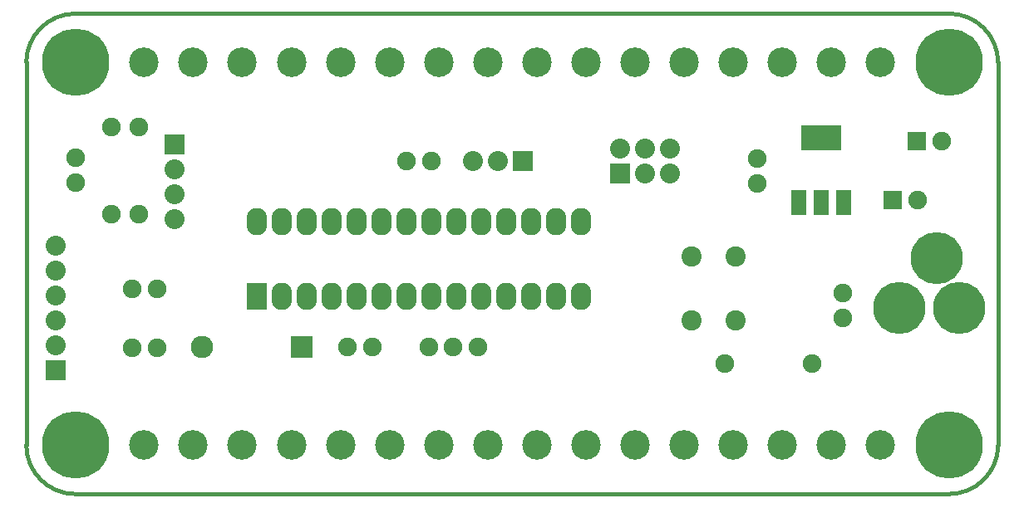
<source format=gts>
G04 #@! TF.FileFunction,Soldermask,Top*
%FSLAX46Y46*%
G04 Gerber Fmt 4.6, Leading zero omitted, Abs format (unit mm)*
G04 Created by KiCad (PCBNEW (after 2015-mar-04 BZR unknown)-product) date 7/17/2015 7:43:42 PM*
%MOMM*%
G01*
G04 APERTURE LIST*
%ADD10C,0.150000*%
%ADD11C,0.381000*%
%ADD12C,2.286000*%
%ADD13R,2.286000X2.286000*%
%ADD14O,2.082800X2.794000*%
%ADD15R,2.082800X2.794000*%
%ADD16C,1.905000*%
%ADD17R,4.165600X2.540000*%
%ADD18R,1.524000X2.540000*%
%ADD19R,2.032000X2.032000*%
%ADD20C,2.032000*%
%ADD21R,1.905000X1.905000*%
%ADD22C,3.007360*%
%ADD23C,2.057400*%
%ADD24C,5.308600*%
%ADD25C,6.858000*%
G04 APERTURE END LIST*
D10*
D11*
X92474000Y-79340000D02*
X181474000Y-79340000D01*
X87474000Y-123340000D02*
X87474000Y-84340000D01*
X181474000Y-128340000D02*
X92474000Y-128340000D01*
X186474000Y-84340000D02*
X186474000Y-123340000D01*
X87474000Y-123340000D02*
G75*
G03X92474000Y-128340000I5000000J0D01*
G01*
X181474000Y-128340000D02*
G75*
G03X186474000Y-123340000I0J5000000D01*
G01*
X186474000Y-84340000D02*
G75*
G03X181474000Y-79340000I-5000000J0D01*
G01*
X92474000Y-79340000D02*
G75*
G03X87474000Y-84340000I0J-5000000D01*
G01*
D12*
X105394000Y-113340000D03*
D13*
X115554000Y-113340000D03*
D14*
X113504000Y-108150000D03*
X116044000Y-108150000D03*
X118584000Y-108150000D03*
X121124000Y-108150000D03*
X123664000Y-108150000D03*
X126204000Y-108150000D03*
X128744000Y-108150000D03*
X131284000Y-108150000D03*
X133824000Y-108150000D03*
X136364000Y-108150000D03*
X138904000Y-108150000D03*
X141444000Y-108150000D03*
X143984000Y-108150000D03*
D15*
X110964000Y-108150000D03*
D14*
X143984000Y-100530000D03*
X141444000Y-100530000D03*
X138904000Y-100530000D03*
X136364000Y-100530000D03*
X133824000Y-100530000D03*
X131284000Y-100530000D03*
X128744000Y-100530000D03*
X126204000Y-100530000D03*
X123664000Y-100530000D03*
X121124000Y-100530000D03*
X118584000Y-100530000D03*
X116044000Y-100530000D03*
X113504000Y-100530000D03*
X110964000Y-100530000D03*
D16*
X98933000Y-99822000D03*
X98933000Y-90932000D03*
X96139000Y-99822000D03*
X96139000Y-90932000D03*
X167513000Y-115062000D03*
X158623000Y-115062000D03*
D17*
X168474000Y-92038000D03*
D18*
X168474000Y-98642000D03*
X170760000Y-98642000D03*
X166188000Y-98642000D03*
D19*
X147934000Y-95610000D03*
D20*
X147934000Y-93070000D03*
X150474000Y-95610000D03*
X150474000Y-93070000D03*
X153014000Y-95610000D03*
X153014000Y-93070000D03*
D21*
X178204000Y-92340000D03*
D16*
X180744000Y-92340000D03*
D21*
X175704000Y-98340000D03*
D16*
X178244000Y-98340000D03*
X161925000Y-94107000D03*
X161925000Y-96647000D03*
X128744000Y-94340000D03*
X126204000Y-94340000D03*
X100838000Y-113411000D03*
X98298000Y-113411000D03*
X120204000Y-113340000D03*
X122744000Y-113340000D03*
X92474000Y-94070000D03*
X92474000Y-96610000D03*
X98298000Y-107442000D03*
X100838000Y-107442000D03*
X170688000Y-107823000D03*
X170688000Y-110363000D03*
D22*
X134474000Y-123340000D03*
X129472740Y-123340000D03*
X124474020Y-123340000D03*
X119472760Y-123340000D03*
X114474040Y-123340000D03*
X109472780Y-123340000D03*
X104474060Y-123340000D03*
X99472800Y-123340000D03*
X139474000Y-84340000D03*
X144475260Y-84340000D03*
X149473980Y-84340000D03*
X154475240Y-84340000D03*
X159473960Y-84340000D03*
X164475220Y-84340000D03*
X169473940Y-84340000D03*
X174475200Y-84340000D03*
X99474000Y-84340000D03*
X104475260Y-84340000D03*
X109473980Y-84340000D03*
X114475240Y-84340000D03*
X119473960Y-84340000D03*
X124475220Y-84340000D03*
X129473940Y-84340000D03*
X134475200Y-84340000D03*
X174474000Y-123340000D03*
X169472740Y-123340000D03*
X164474020Y-123340000D03*
X159472760Y-123340000D03*
X154474040Y-123340000D03*
X149472780Y-123340000D03*
X144474060Y-123340000D03*
X139472800Y-123340000D03*
D19*
X90474000Y-115690000D03*
D20*
X90474000Y-113150000D03*
X90474000Y-110610000D03*
X90474000Y-108070000D03*
X90474000Y-105530000D03*
X90474000Y-102990000D03*
D19*
X102616000Y-92710000D03*
D20*
X102616000Y-95250000D03*
X102616000Y-97790000D03*
X102616000Y-100330000D03*
D23*
X155223560Y-104088800D03*
X159724440Y-104088800D03*
X155223560Y-110591200D03*
X159724440Y-110591200D03*
D16*
X128474640Y-113340000D03*
X133473360Y-113340000D03*
X130974000Y-113340000D03*
D24*
X182474000Y-109340000D03*
X176378000Y-109340000D03*
X180188000Y-104260000D03*
D19*
X138014000Y-94340000D03*
D20*
X135474000Y-94340000D03*
X132934000Y-94340000D03*
D25*
X92474000Y-84340000D03*
X92474000Y-123340000D03*
X181474000Y-84340000D03*
X181474000Y-123340000D03*
M02*

</source>
